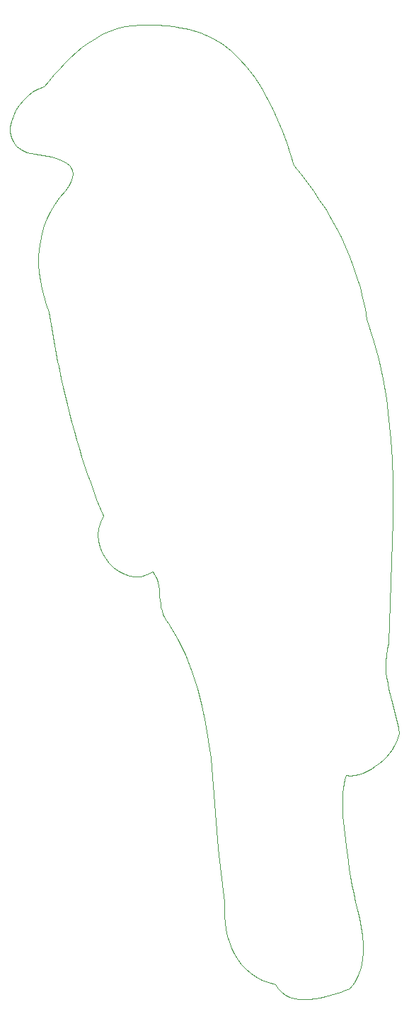
<source format=gbr>
G04 #@! TF.FileFunction,Profile,NP*
%FSLAX46Y46*%
G04 Gerber Fmt 4.6, Leading zero omitted, Abs format (unit mm)*
G04 Created by KiCad (PCBNEW 4.0.6) date Sunday, 25 February 2018 'PMt' 23:13:54*
%MOMM*%
%LPD*%
G01*
G04 APERTURE LIST*
%ADD10C,0.100000*%
G04 APERTURE END LIST*
D10*
X109266401Y-53600764D02*
X109059583Y-53609035D01*
X109473301Y-53595764D02*
X109266401Y-53600764D01*
X109680253Y-53593764D02*
X109473301Y-53595764D01*
X109887219Y-53594195D02*
X109680253Y-53593764D01*
X110094164Y-53597195D02*
X109887219Y-53594195D01*
X110301048Y-53603195D02*
X110094164Y-53597195D01*
X110507836Y-53612195D02*
X110301048Y-53603195D01*
X110714489Y-53623595D02*
X110507836Y-53612195D01*
X110920972Y-53637795D02*
X110714489Y-53623595D01*
X111127245Y-53654695D02*
X110920972Y-53637795D01*
X111333273Y-53674395D02*
X111127245Y-53654695D01*
X111539017Y-53696795D02*
X111333273Y-53674395D01*
X111744441Y-53721995D02*
X111539017Y-53696795D01*
X111949507Y-53749995D02*
X111744441Y-53721995D01*
X112154179Y-53780695D02*
X111949507Y-53749995D01*
X112358418Y-53814195D02*
X112154179Y-53780695D01*
X113881995Y-54078865D02*
X112358418Y-53814195D01*
X115294619Y-54508965D02*
X113881995Y-54078865D01*
X116601657Y-55091005D02*
X115294619Y-54508965D01*
X117808476Y-55811495D02*
X116601657Y-55091005D01*
X118920456Y-56656953D02*
X117808476Y-55811495D01*
X119942936Y-57613883D02*
X118920456Y-56656953D01*
X120881299Y-58668813D02*
X119942936Y-57613883D01*
X121740910Y-59808253D02*
X120881299Y-58668813D01*
X122527137Y-61018693D02*
X121740910Y-59808253D01*
X123245349Y-62286673D02*
X122527137Y-61018693D01*
X123900902Y-63598698D02*
X123245349Y-62286673D01*
X124499178Y-64941268D02*
X123900902Y-63598698D01*
X125045537Y-66300918D02*
X124499178Y-64941268D01*
X125545346Y-67664138D02*
X125045537Y-66300918D01*
X126003974Y-69017458D02*
X125545346Y-67664138D01*
X126426786Y-70347388D02*
X126003974Y-69017458D01*
X127244643Y-71338418D02*
X126426786Y-70347388D01*
X128033530Y-72353518D02*
X127244643Y-71338418D01*
X128791923Y-73392048D02*
X128033530Y-72353518D01*
X129518292Y-74453328D02*
X128791923Y-73392048D01*
X130211109Y-75536718D02*
X129518292Y-74453328D01*
X130868847Y-76641558D02*
X130211109Y-75536718D01*
X131489977Y-77767178D02*
X130868847Y-76641558D01*
X132072974Y-78912918D02*
X131489977Y-77767178D01*
X132616303Y-80078128D02*
X132072974Y-78912918D01*
X133118443Y-81262149D02*
X132616303Y-80078128D01*
X133577863Y-82464318D02*
X133118443Y-81262149D01*
X133993036Y-83683978D02*
X133577863Y-82464318D01*
X134362432Y-84920468D02*
X133993036Y-83683978D01*
X134684528Y-86173138D02*
X134362432Y-84920468D01*
X134957789Y-87441318D02*
X134684528Y-86173138D01*
X135180693Y-88724349D02*
X134957789Y-87441318D01*
X135940079Y-91071729D02*
X135180693Y-88724349D01*
X136572562Y-93437258D02*
X135940079Y-91071729D01*
X137088320Y-95819069D02*
X136572562Y-93437258D01*
X137497535Y-98215328D02*
X137088320Y-95819069D01*
X137810392Y-100624169D02*
X137497535Y-98215328D01*
X138037066Y-103043757D02*
X137810392Y-100624169D01*
X138187741Y-105472238D02*
X138037066Y-103043757D01*
X138272601Y-107907759D02*
X138187741Y-105472238D01*
X138301821Y-110348480D02*
X138272601Y-107907759D01*
X138285581Y-112792539D02*
X138301821Y-110348480D01*
X138234071Y-115238099D02*
X138285581Y-112792539D01*
X138157471Y-117683299D02*
X138234071Y-115238099D01*
X138065951Y-120126289D02*
X138157471Y-117683299D01*
X137969701Y-122565229D02*
X138065951Y-120126289D01*
X137878901Y-124998269D02*
X137969701Y-122565229D01*
X137803731Y-127423558D02*
X137878901Y-124998269D01*
X137611233Y-128118518D02*
X137803731Y-127423558D01*
X137487541Y-128805128D02*
X137611233Y-128118518D01*
X137425581Y-129484448D02*
X137487541Y-128805128D01*
X137418281Y-130157530D02*
X137425581Y-129484448D01*
X137458591Y-130825428D02*
X137418281Y-130157530D01*
X137539441Y-131489209D02*
X137458591Y-130825428D01*
X137653757Y-132149919D02*
X137539441Y-131489209D01*
X137794472Y-132808618D02*
X137653757Y-132149919D01*
X137954519Y-133466369D02*
X137794472Y-132808618D01*
X138126829Y-134124208D02*
X137954519Y-133466369D01*
X138304338Y-134783208D02*
X138126829Y-134124208D01*
X138479974Y-135444429D02*
X138304338Y-134783208D01*
X138646672Y-136108908D02*
X138479974Y-135444429D01*
X138797362Y-136777730D02*
X138646672Y-136108908D01*
X138924982Y-137451918D02*
X138797362Y-136777730D01*
X139022462Y-138132548D02*
X138924982Y-137451918D01*
X138884162Y-138638309D02*
X139022462Y-138132548D01*
X138693254Y-139136329D02*
X138884162Y-138638309D01*
X138453616Y-139622869D02*
X138693254Y-139136329D01*
X138169122Y-140094150D02*
X138453616Y-139622869D01*
X137843648Y-140546410D02*
X138169122Y-140094150D01*
X137481068Y-140975900D02*
X137843648Y-140546410D01*
X137085254Y-141378860D02*
X137481068Y-140975900D01*
X136660090Y-141751530D02*
X137085254Y-141378860D01*
X136209441Y-142090150D02*
X136660090Y-141751530D01*
X135737189Y-142390950D02*
X136209441Y-142090150D01*
X135247210Y-142650180D02*
X135737189Y-142390950D01*
X134743374Y-142864070D02*
X135247210Y-142650180D01*
X134229559Y-143028880D02*
X134743374Y-142864070D01*
X133709639Y-143140830D02*
X134229559Y-143028880D01*
X133187492Y-143196130D02*
X133709639Y-143140830D01*
X132666993Y-143191130D02*
X133187492Y-143196130D01*
X132526174Y-143635350D02*
X132666993Y-143191130D01*
X132417433Y-144136710D02*
X132526174Y-143635350D01*
X132338503Y-144688550D02*
X132417433Y-144136710D01*
X132287113Y-145284200D02*
X132338503Y-144688550D01*
X132260973Y-145917010D02*
X132287113Y-145284200D01*
X132257873Y-146580300D02*
X132260973Y-145917010D01*
X132275473Y-147267420D02*
X132257873Y-146580300D01*
X132311533Y-147971690D02*
X132275473Y-147267420D01*
X132363783Y-148686450D02*
X132311533Y-147971690D01*
X132429943Y-149405030D02*
X132363783Y-148686450D01*
X132507753Y-150120780D02*
X132429943Y-149405030D01*
X132594943Y-150827030D02*
X132507753Y-150120780D01*
X132689243Y-151517110D02*
X132594943Y-150827030D01*
X132788373Y-152184360D02*
X132689243Y-151517110D01*
X132890073Y-152822110D02*
X132788373Y-152184360D01*
X132992070Y-153423710D02*
X132890073Y-152822110D01*
X133060750Y-154346590D02*
X132992070Y-153423710D01*
X133194409Y-155297400D02*
X133060750Y-154346590D01*
X133377384Y-156270970D02*
X133194409Y-155297400D01*
X133594017Y-157262120D02*
X133377384Y-156270970D01*
X133828644Y-158265700D02*
X133594017Y-157262120D01*
X134065605Y-159276520D02*
X133828644Y-158265700D01*
X134289239Y-160289430D02*
X134065605Y-159276520D01*
X134483885Y-161299250D02*
X134289239Y-160289430D01*
X134633883Y-162300800D02*
X134483885Y-161299250D01*
X134723573Y-163288930D02*
X134633883Y-162300800D01*
X134737303Y-164258470D02*
X134723573Y-163288930D01*
X134659393Y-165204230D02*
X134737303Y-164258470D01*
X134474188Y-166121060D02*
X134659393Y-165204230D01*
X134166030Y-167003780D02*
X134474188Y-166121060D01*
X133719260Y-167847220D02*
X134166030Y-167003780D01*
X133118217Y-168646220D02*
X133719260Y-167847220D01*
X132590212Y-168828050D02*
X133118217Y-168646220D01*
X132028329Y-169017450D02*
X132590212Y-168828050D01*
X131438980Y-169206700D02*
X132028329Y-169017450D01*
X130828573Y-169388100D02*
X131438980Y-169206700D01*
X130203519Y-169553920D02*
X130828573Y-169388100D01*
X129570226Y-169696460D02*
X130203519Y-169553920D01*
X128935104Y-169808000D02*
X129570226Y-169696460D01*
X128304565Y-169880800D02*
X128935104Y-169808000D01*
X127685016Y-169907200D02*
X128304565Y-169880800D01*
X127082872Y-169879500D02*
X127685016Y-169907200D01*
X126504538Y-169789900D02*
X127082872Y-169879500D01*
X125956425Y-169630760D02*
X126504538Y-169789900D01*
X125444943Y-169394330D02*
X125956425Y-169630760D01*
X124976503Y-169072910D02*
X125444943Y-169394330D01*
X124557514Y-168658790D02*
X124976503Y-169072910D01*
X124194387Y-168144250D02*
X124557514Y-168658790D01*
X123351689Y-167910990D02*
X124194387Y-168144250D01*
X122579651Y-167605150D02*
X123351689Y-167910990D01*
X121876423Y-167231260D02*
X122579651Y-167605150D01*
X121240153Y-166793850D02*
X121876423Y-167231260D01*
X120668994Y-166297450D02*
X121240153Y-166793850D01*
X120161095Y-165746600D02*
X120668994Y-166297450D01*
X119714608Y-165145830D02*
X120161095Y-165746600D01*
X119327681Y-164499670D02*
X119714608Y-165145830D01*
X118998468Y-163812650D02*
X119327681Y-164499670D01*
X118725116Y-163089310D02*
X118998468Y-163812650D01*
X118505777Y-162334180D02*
X118725116Y-163089310D01*
X118338601Y-161551790D02*
X118505777Y-162334180D01*
X118221739Y-160746680D02*
X118338601Y-161551790D01*
X118153339Y-159923380D02*
X118221739Y-160746680D01*
X118131559Y-159086410D02*
X118153339Y-159923380D01*
X118154539Y-158240320D02*
X118131559Y-159086410D01*
X117838983Y-156155470D02*
X118154539Y-158240320D01*
X117587072Y-154044520D02*
X117838983Y-156155470D01*
X117382240Y-151913290D02*
X117587072Y-154044520D01*
X117207921Y-149767620D02*
X117382240Y-151913290D01*
X117047547Y-147613330D02*
X117207921Y-149767620D01*
X116884553Y-145456250D02*
X117047547Y-147613330D01*
X116702372Y-143302210D02*
X116884553Y-145456250D01*
X116484438Y-141157010D02*
X116702372Y-143302210D01*
X116214184Y-139026496D02*
X116484438Y-141157010D01*
X115875043Y-136916483D02*
X116214184Y-139026496D01*
X115450450Y-134832815D02*
X115875043Y-136916483D01*
X114923838Y-132781305D02*
X115450450Y-134832815D01*
X114278641Y-130767776D02*
X114923838Y-132781305D01*
X113498291Y-128798064D02*
X114278641Y-130767776D01*
X112566223Y-126877993D02*
X113498291Y-128798064D01*
X111465870Y-125013385D02*
X112566223Y-126877993D01*
X111180927Y-124667574D02*
X111465870Y-125013385D01*
X110954496Y-124297025D02*
X111180927Y-124667574D01*
X110778766Y-123905966D02*
X110954496Y-124297025D01*
X110645926Y-123498645D02*
X110778766Y-123905966D01*
X110548166Y-123079286D02*
X110645926Y-123498645D01*
X110477666Y-122652145D02*
X110548166Y-123079286D01*
X110426626Y-122221446D02*
X110477666Y-122652145D01*
X110387226Y-121791434D02*
X110426626Y-122221446D01*
X110351656Y-121366333D02*
X110387226Y-121791434D01*
X110312106Y-120950403D02*
X110351656Y-121366333D01*
X110260766Y-120547863D02*
X110312106Y-120950403D01*
X110189816Y-120162963D02*
X110260766Y-120547863D01*
X110091456Y-119799934D02*
X110189816Y-120162963D01*
X109957867Y-119463024D02*
X110091456Y-119799934D01*
X109781239Y-119156454D02*
X109957867Y-119463024D01*
X109553761Y-118884473D02*
X109781239Y-119156454D01*
X108857763Y-119228545D02*
X109553761Y-118884473D01*
X108150909Y-119411116D02*
X108857763Y-119228545D01*
X107444882Y-119445016D02*
X108150909Y-119411116D01*
X106751364Y-119343016D02*
X107444882Y-119445016D01*
X106082038Y-119117927D02*
X106751364Y-119343016D01*
X105448586Y-118782576D02*
X106082038Y-119117927D01*
X104862691Y-118349757D02*
X105448586Y-118782576D01*
X104336035Y-117832277D02*
X104862691Y-118349757D01*
X103880300Y-117242936D02*
X104336035Y-117832277D01*
X103507168Y-116594546D02*
X103880300Y-117242936D01*
X103228323Y-115899927D02*
X103507168Y-116594546D01*
X103055447Y-115171865D02*
X103228323Y-115899927D01*
X103000217Y-114423166D02*
X103055447Y-115171865D01*
X103074327Y-113666656D02*
X103000217Y-114423166D01*
X103289451Y-112915115D02*
X103074327Y-113666656D01*
X103657273Y-112181375D02*
X103289451Y-112915115D01*
X103246103Y-111196485D02*
X103657273Y-112181375D01*
X102849071Y-110204377D02*
X103246103Y-111196485D01*
X102465861Y-109205387D02*
X102849071Y-110204377D01*
X102096160Y-108199856D02*
X102465861Y-109205387D01*
X101739650Y-107188127D02*
X102096160Y-108199856D01*
X101396017Y-106170526D02*
X101739650Y-107188127D01*
X101064946Y-105147396D02*
X101396017Y-106170526D01*
X100746121Y-104119087D02*
X101064946Y-105147396D01*
X100439227Y-103085916D02*
X100746121Y-104119087D01*
X100143949Y-102048236D02*
X100439227Y-103085916D01*
X99859970Y-101006386D02*
X100143949Y-102048236D01*
X99586976Y-99960697D02*
X99859970Y-101006386D01*
X99324652Y-98911505D02*
X99586976Y-99960697D01*
X99072682Y-97859157D02*
X99324652Y-98911505D01*
X98830751Y-96803985D02*
X99072682Y-97859157D01*
X98598543Y-95746326D02*
X98830751Y-96803985D01*
X98494161Y-95255527D02*
X98598543Y-95746326D01*
X98391767Y-94764296D02*
X98494161Y-95255527D01*
X98291330Y-94272677D02*
X98391767Y-94764296D01*
X98192820Y-93780687D02*
X98291330Y-94272677D01*
X98096200Y-93288376D02*
X98192820Y-93780687D01*
X98001450Y-92795775D02*
X98096200Y-93288376D01*
X97908530Y-92302917D02*
X98001450Y-92795775D01*
X97817410Y-91809827D02*
X97908530Y-92302917D01*
X97728060Y-91316556D02*
X97817410Y-91809827D01*
X97640440Y-90823116D02*
X97728060Y-91316556D01*
X97554530Y-90329557D02*
X97640440Y-90823116D01*
X97470290Y-89835897D02*
X97554530Y-90329557D01*
X97387700Y-89342195D02*
X97470290Y-89835897D01*
X97306720Y-88848456D02*
X97387700Y-89342195D01*
X97227320Y-88354736D02*
X97306720Y-88848456D01*
X97149470Y-87861055D02*
X97227320Y-88354736D01*
X96808950Y-86942186D02*
X97149470Y-87861055D01*
X96518278Y-86009226D02*
X96808950Y-86942186D01*
X96279930Y-85065616D02*
X96518278Y-86009226D01*
X96096382Y-84114785D02*
X96279930Y-85065616D01*
X95970110Y-83160177D02*
X96096382Y-84114785D01*
X95903590Y-82205245D02*
X95970110Y-83160177D01*
X95899290Y-81253407D02*
X95903590Y-82205245D01*
X95959700Y-80308127D02*
X95899290Y-81253407D01*
X96087289Y-79372826D02*
X95959700Y-80308127D01*
X96284532Y-78450946D02*
X96087289Y-79372826D01*
X96553906Y-77545936D02*
X96284532Y-78450946D01*
X96897886Y-76661236D02*
X96553906Y-77545936D01*
X97318948Y-75800276D02*
X96897886Y-76661236D01*
X97819568Y-74966496D02*
X97318948Y-75800276D01*
X98402222Y-74163346D02*
X97819568Y-74966496D01*
X99069386Y-73394266D02*
X98402222Y-74163346D01*
X99506076Y-72796136D02*
X99069386Y-73394266D01*
X99801285Y-72256576D02*
X99506076Y-72796136D01*
X99966362Y-71772296D02*
X99801285Y-72256576D01*
X100012652Y-71340036D02*
X99966362Y-71772296D01*
X99951512Y-70956536D02*
X100012652Y-71340036D01*
X99794294Y-70618516D02*
X99951512Y-70956536D01*
X99552345Y-70322726D02*
X99794294Y-70618516D01*
X99237014Y-70065876D02*
X99552345Y-70322726D01*
X98859650Y-69844716D02*
X99237014Y-70065876D01*
X98431605Y-69655966D02*
X98859650Y-69844716D01*
X97964228Y-69496366D02*
X98431605Y-69655966D01*
X97468869Y-69362646D02*
X97964228Y-69496366D01*
X96956878Y-69251546D02*
X97468869Y-69362646D01*
X96439605Y-69159746D02*
X96956878Y-69251546D01*
X95928400Y-69084046D02*
X96439605Y-69159746D01*
X95434612Y-69021146D02*
X95928400Y-69084046D01*
X94545717Y-68811416D02*
X95434612Y-69021146D01*
X93830638Y-68489846D02*
X94545717Y-68811416D01*
X93279509Y-68071966D02*
X93830638Y-68489846D01*
X92882467Y-67573316D02*
X93279509Y-68071966D01*
X92629646Y-67009426D02*
X92882467Y-67573316D01*
X92511182Y-66395836D02*
X92629646Y-67009426D01*
X92517182Y-65748056D02*
X92511182Y-66395836D01*
X92637837Y-65081646D02*
X92517182Y-65748056D01*
X92863256Y-64412116D02*
X92637837Y-65081646D01*
X93183573Y-63755006D02*
X92863256Y-64412116D01*
X93588923Y-63125856D02*
X93183573Y-63755006D01*
X94069442Y-62540185D02*
X93588923Y-63125856D01*
X94615265Y-62013536D02*
X94069442Y-62540185D01*
X95216527Y-61561435D02*
X94615265Y-62013536D01*
X95863364Y-61199425D02*
X95216527Y-61561435D01*
X96545911Y-60943026D02*
X95863364Y-61199425D01*
X97127527Y-60225126D02*
X96545911Y-60943026D01*
X97733729Y-59510355D02*
X97127527Y-60225126D01*
X98364975Y-58805435D02*
X97733729Y-59510355D01*
X99021727Y-58117135D02*
X98364975Y-58805435D01*
X99704443Y-57452185D02*
X99021727Y-58117135D01*
X100413585Y-56817345D02*
X99704443Y-57452185D01*
X101149612Y-56219365D02*
X100413585Y-56817345D01*
X101912984Y-55664975D02*
X101149612Y-56219365D01*
X102704161Y-55160935D02*
X101912984Y-55664975D01*
X103523603Y-54713975D02*
X102704161Y-55160935D01*
X104371770Y-54330865D02*
X103523603Y-54713975D01*
X105249123Y-54018345D02*
X104371770Y-54330865D01*
X106156120Y-53783145D02*
X105249123Y-54018345D01*
X107093223Y-53632035D02*
X106156120Y-53783145D01*
X108060890Y-53571735D02*
X107093223Y-53632035D01*
X109059583Y-53609035D02*
X108060890Y-53571735D01*
M02*

</source>
